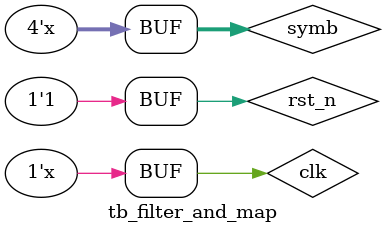
<source format=v>
module tb_filter_and_map (
);

reg clk;
reg rst_n;

// localparam carrier_width = 8;
// reg [carrier_width - 1: 0] carrier;
// wire [carrier_width + 1: 0] out_i;
// wire [carrier_width + 1: 0] out_q;
reg [3:0] symb;

initial begin
    clk = 1'b0;
    rst_n = 1'b0;
    symb = 4'b0;
    // carrier = -127;
    #1000
    rst_n = 1'b1;
end
// always carrier = ~(0);
always #20 clk = ~clk;
always #1000 symb = symb + 1'b1;

wire [31:0] symb_i;
wire [31:0] symb_q;

constellation_map constellation_map_inst(
    .clk(clk),
    .rst_n(rst_n),
    .parellel_input(symb),
    .symbol_I(symb_i),
    .symbol_Q(symb_q)
);

wire [2:0]i_debug;
wire [2:0]q_debug;
assign i_debug = symb_i[31:29];
assign q_debug = symb_q[31:29];

wire [63:0]filter_out_i;
wire [63:0]filter_out_q;

filter u_filter_I
(
    .clk(clk),
    .clk_enable(1'b1),
    .reset(~rst_n),
    .filter_in(symb_i),
    .filter_out(filter_out_i)
);

filter u_filter_Q
(
    .clk(clk),
    .clk_enable(1'b1),
    .reset(~rst_n),
    .filter_in(symb_q),
    .filter_out(filter_out_q)
);


endmodule
</source>
